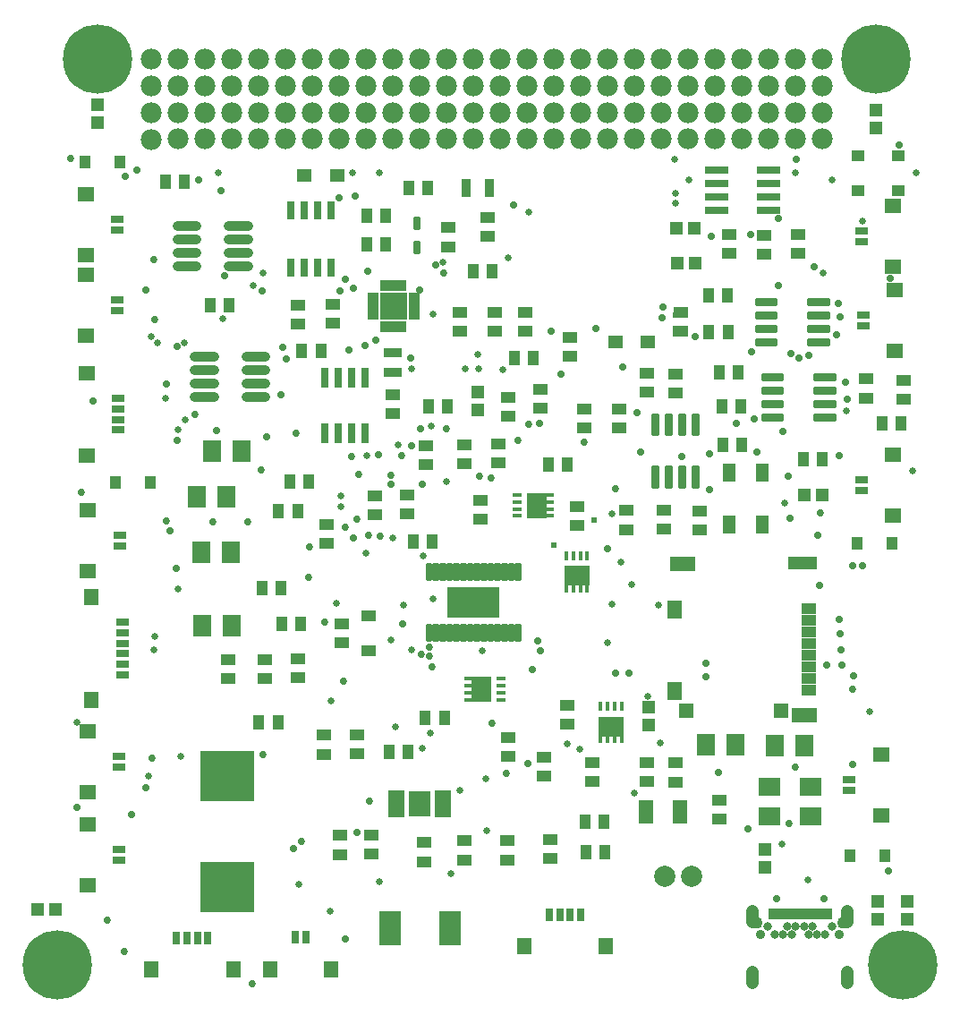
<source format=gbr>
G04 EAGLE Gerber RS-274X export*
G75*
%MOMM*%
%FSLAX34Y34*%
%LPD*%
%INSoldermask Top*%
%IPPOS*%
%AMOC8*
5,1,8,0,0,1.08239X$1,22.5*%
G01*
%ADD10R,1.403200X1.003200*%
%ADD11R,1.003200X1.403200*%
%ADD12R,1.303200X1.203200*%
%ADD13R,1.803200X2.003200*%
%ADD14R,2.003200X1.803200*%
%ADD15R,1.403200X2.203200*%
%ADD16R,1.016000X1.244600*%
%ADD17R,1.244600X1.016000*%
%ADD18R,1.203200X1.703200*%
%ADD19R,1.423200X1.113200*%
%ADD20C,6.553200*%
%ADD21C,1.981200*%
%ADD22R,1.203200X0.753200*%
%ADD23R,1.503200X1.463200*%
%ADD24R,1.443200X1.003200*%
%ADD25R,2.703200X1.153200*%
%ADD26R,2.403200X1.353200*%
%ADD27R,1.453200X1.363200*%
%ADD28R,1.403200X1.363200*%
%ADD29R,1.353200X1.703200*%
%ADD30R,5.203200X4.703200*%
%ADD31R,0.838200X0.457200*%
%ADD32R,1.905000X2.463800*%
%ADD33R,0.457200X0.838200*%
%ADD34R,2.463800X1.905000*%
%ADD35R,1.203200X1.303200*%
%ADD36C,0.306600*%
%ADD37R,4.953200X2.943200*%
%ADD38C,0.903200*%
%ADD39R,1.600200X0.482600*%
%ADD40R,2.133600X2.362200*%
%ADD41R,0.553200X1.093200*%
%ADD42C,0.803200*%
%ADD43C,1.203200*%
%ADD44C,1.103200*%
%ADD45C,0.903200*%
%ADD46R,0.753200X1.203200*%
%ADD47R,1.463200X1.503200*%
%ADD48R,2.184400X0.762000*%
%ADD49R,2.159000X3.200400*%
%ADD50R,1.193800X0.762000*%
%ADD51R,1.473200X1.498600*%
%ADD52R,0.990600X0.508000*%
%ADD53R,0.508000X0.990600*%
%ADD54R,2.641600X2.641600*%
%ADD55R,1.727200X0.914400*%
%ADD56R,0.762000X1.854200*%
%ADD57C,0.332672*%
%ADD58R,0.914400X1.651000*%
%ADD59R,0.762000X1.663700*%
%ADD60R,1.346200X1.295400*%
%ADD61C,0.353406*%
%ADD62C,2.003200*%
%ADD63C,0.660400*%
%ADD64C,0.728200*%
%ADD65C,0.698500*%
%ADD66C,0.698200*%
%ADD67C,0.736600*%
%ADD68C,0.653200*%
%ADD69C,0.713200*%
%ADD70C,0.622300*%


D10*
X399796Y524146D03*
X399796Y542146D03*
D11*
X550816Y157226D03*
X568816Y157226D03*
D10*
X317706Y173378D03*
X317706Y155378D03*
X435610Y525162D03*
X435610Y543162D03*
X542798Y484488D03*
X542798Y466488D03*
D11*
X288494Y507854D03*
X270494Y507854D03*
D10*
X381508Y477156D03*
X381508Y495156D03*
X334010Y268334D03*
X334010Y250334D03*
X533146Y278274D03*
X533146Y296274D03*
X303276Y268080D03*
X303276Y250080D03*
X468122Y525670D03*
X468122Y543670D03*
D11*
X515256Y524256D03*
X533256Y524256D03*
X398892Y284226D03*
X416892Y284226D03*
X405240Y451612D03*
X387240Y451612D03*
D10*
X319436Y355490D03*
X319436Y373490D03*
X278638Y340216D03*
X278638Y322216D03*
X212598Y321454D03*
X212598Y339454D03*
D11*
X153158Y791824D03*
X171158Y791824D03*
D12*
X774712Y495132D03*
X757712Y495132D03*
D13*
X225328Y537210D03*
X197328Y537210D03*
X210850Y493268D03*
X182850Y493268D03*
X214914Y440944D03*
X186914Y440944D03*
X187422Y371856D03*
X215422Y371856D03*
D14*
X724690Y219068D03*
X724690Y191068D03*
X763434Y219522D03*
X763434Y191522D03*
D13*
X729204Y258064D03*
X757204Y258064D03*
X692180Y258826D03*
X664180Y258826D03*
D10*
X436008Y168102D03*
X436008Y150102D03*
D15*
X607874Y195678D03*
X639874Y195678D03*
D10*
X517324Y151418D03*
X517324Y169418D03*
D11*
X382380Y252476D03*
X364380Y252476D03*
D10*
X608402Y242214D03*
X608402Y224214D03*
D16*
X76546Y810270D03*
X109566Y810270D03*
X105918Y507492D03*
X138938Y507492D03*
X833628Y154432D03*
X800608Y154432D03*
X840832Y449552D03*
X807812Y449552D03*
D17*
X808700Y816010D03*
X808700Y782990D03*
X846400Y816110D03*
X846400Y783090D03*
D18*
X718034Y516758D03*
X718034Y467758D03*
X686034Y516758D03*
X686034Y467758D03*
D19*
X344942Y381011D03*
X344942Y348261D03*
D20*
X50800Y50800D03*
X850900Y50800D03*
X825500Y908050D03*
X88900Y908050D03*
D21*
X774700Y908050D03*
X774700Y882650D03*
X139700Y908050D03*
X139700Y882650D03*
X749300Y908050D03*
X749300Y882650D03*
X723900Y908050D03*
X723900Y882650D03*
X698500Y908050D03*
X698500Y882650D03*
X673100Y908050D03*
X673100Y882650D03*
X647700Y908050D03*
X647700Y882650D03*
X622300Y908050D03*
X622300Y882650D03*
X596900Y908050D03*
X596900Y882650D03*
X571500Y908050D03*
X571500Y882650D03*
X546100Y908050D03*
X546100Y882650D03*
X520700Y908050D03*
X520700Y882650D03*
X495300Y908050D03*
X495300Y882650D03*
X469900Y908050D03*
X469900Y882650D03*
X444500Y908050D03*
X444500Y882650D03*
X419100Y908050D03*
X419100Y882650D03*
X393700Y908050D03*
X393700Y882650D03*
X368300Y908050D03*
X368300Y882650D03*
X342900Y908050D03*
X342900Y882650D03*
X317500Y908050D03*
X317500Y882650D03*
X292100Y908050D03*
X292100Y882650D03*
X266700Y908050D03*
X266700Y882650D03*
X241300Y908050D03*
X241300Y882650D03*
X215900Y908050D03*
X215900Y882650D03*
X190500Y908050D03*
X190500Y882650D03*
X165100Y908050D03*
X165100Y882650D03*
X774700Y857250D03*
X774700Y832231D03*
X139700Y857250D03*
X139700Y831850D03*
X749300Y857250D03*
X749300Y832231D03*
X723900Y857250D03*
X723900Y832231D03*
X698500Y857250D03*
X698500Y832231D03*
X673100Y857250D03*
X673100Y832231D03*
X647700Y857250D03*
X647700Y832231D03*
X622300Y857250D03*
X622300Y832231D03*
X596900Y857250D03*
X596900Y832231D03*
X571500Y857250D03*
X571500Y832231D03*
X546100Y857250D03*
X546100Y832231D03*
X520700Y857250D03*
X520700Y832231D03*
X495300Y857250D03*
X495300Y832231D03*
X469900Y857250D03*
X469900Y832231D03*
X444500Y857250D03*
X444500Y832231D03*
X419100Y857250D03*
X419100Y832231D03*
X393700Y857250D03*
X393700Y832231D03*
X368300Y857250D03*
X368300Y832231D03*
X342900Y857250D03*
X342900Y832231D03*
X317500Y857250D03*
X317500Y832231D03*
X292100Y857250D03*
X292100Y832231D03*
X266700Y857250D03*
X266700Y832231D03*
X241300Y857250D03*
X241300Y832231D03*
X215900Y857250D03*
X215900Y832231D03*
X190500Y857250D03*
X190500Y832231D03*
X165100Y857250D03*
X165100Y832231D03*
D22*
X107184Y755936D03*
X107184Y745936D03*
D23*
X77284Y779686D03*
X77284Y722136D03*
D22*
X109462Y457400D03*
X109462Y447400D03*
D23*
X79562Y481150D03*
X79562Y423600D03*
D24*
X762017Y387907D03*
X762017Y376907D03*
X762017Y365907D03*
X762017Y354907D03*
X762017Y343907D03*
X762017Y332907D03*
X762017Y321907D03*
X762017Y310907D03*
D25*
X755717Y431357D03*
D26*
X757217Y287457D03*
D27*
X735717Y291507D03*
D28*
X645717Y291507D03*
D26*
X642417Y430357D03*
D29*
X634467Y387307D03*
X634467Y309507D03*
D22*
X109414Y160204D03*
X109414Y150204D03*
D23*
X79514Y183954D03*
X79514Y126404D03*
D22*
X800100Y215900D03*
X800100Y225900D03*
D23*
X830000Y192150D03*
X830000Y249700D03*
D22*
X811700Y499900D03*
X811700Y509900D03*
D23*
X841600Y476150D03*
X841600Y533700D03*
D22*
X811700Y735200D03*
X811700Y745200D03*
D23*
X841600Y711450D03*
X841600Y769000D03*
D22*
X108200Y586732D03*
X108200Y576732D03*
X108200Y566732D03*
X108200Y556732D03*
D23*
X78300Y610482D03*
X78300Y532932D03*
D30*
X211808Y229682D03*
X211808Y124682D03*
D31*
X485648Y488950D03*
X485648Y482092D03*
X485648Y495300D03*
X485648Y475488D03*
X516128Y488696D03*
X516128Y482092D03*
X516128Y495300D03*
X516128Y475488D03*
D32*
X504698Y485394D03*
D33*
X545788Y437796D03*
X538930Y437796D03*
X552138Y437796D03*
X532326Y437796D03*
X545534Y407316D03*
X538930Y407316D03*
X552138Y407316D03*
X532326Y407316D03*
D34*
X542232Y418746D03*
D33*
X578152Y295102D03*
X571294Y295102D03*
X584502Y295102D03*
X564690Y295102D03*
X577898Y264622D03*
X571294Y264622D03*
X584502Y264622D03*
X564690Y264622D03*
D34*
X574596Y276052D03*
D31*
X470662Y308102D03*
X470662Y314960D03*
X470662Y301752D03*
X470662Y321564D03*
X440182Y308356D03*
X440182Y314960D03*
X440182Y301752D03*
X440182Y321564D03*
D32*
X451612Y311658D03*
D10*
X451104Y472584D03*
X451104Y490584D03*
X305054Y449216D03*
X305054Y467216D03*
D11*
X244492Y407416D03*
X262492Y407416D03*
X263034Y373126D03*
X281034Y373126D03*
D10*
X246888Y321962D03*
X246888Y339962D03*
X557298Y224472D03*
X557298Y242472D03*
D11*
X241444Y280670D03*
X259444Y280670D03*
D10*
X477266Y266302D03*
X477266Y248302D03*
D35*
X609958Y294592D03*
X609958Y277592D03*
D10*
X635376Y241860D03*
X635376Y223860D03*
X677234Y188552D03*
X677234Y206552D03*
D35*
X719884Y159902D03*
X719884Y142902D03*
X827278Y111370D03*
X827278Y94370D03*
D10*
X511158Y247452D03*
X511158Y229452D03*
X351282Y476902D03*
X351282Y494902D03*
X347946Y155608D03*
X347946Y173608D03*
D11*
X550308Y185928D03*
X568308Y185928D03*
D10*
X476342Y168180D03*
X476342Y150180D03*
X397540Y148502D03*
X397540Y166502D03*
D12*
X48971Y103547D03*
X31971Y103547D03*
D35*
X855218Y110862D03*
X855218Y93862D03*
X825500Y842400D03*
X825500Y859400D03*
X88646Y847226D03*
X88646Y864226D03*
D36*
X485217Y429233D02*
X485217Y415467D01*
X485217Y429233D02*
X488283Y429233D01*
X488283Y415467D01*
X485217Y415467D01*
X485217Y418380D02*
X488283Y418380D01*
X488283Y421293D02*
X485217Y421293D01*
X485217Y424206D02*
X488283Y424206D01*
X488283Y427119D02*
X485217Y427119D01*
X478717Y429233D02*
X478717Y415467D01*
X478717Y429233D02*
X481783Y429233D01*
X481783Y415467D01*
X478717Y415467D01*
X478717Y418380D02*
X481783Y418380D01*
X481783Y421293D02*
X478717Y421293D01*
X478717Y424206D02*
X481783Y424206D01*
X481783Y427119D02*
X478717Y427119D01*
X472217Y429233D02*
X472217Y415467D01*
X472217Y429233D02*
X475283Y429233D01*
X475283Y415467D01*
X472217Y415467D01*
X472217Y418380D02*
X475283Y418380D01*
X475283Y421293D02*
X472217Y421293D01*
X472217Y424206D02*
X475283Y424206D01*
X475283Y427119D02*
X472217Y427119D01*
X465717Y429233D02*
X465717Y415467D01*
X465717Y429233D02*
X468783Y429233D01*
X468783Y415467D01*
X465717Y415467D01*
X465717Y418380D02*
X468783Y418380D01*
X468783Y421293D02*
X465717Y421293D01*
X465717Y424206D02*
X468783Y424206D01*
X468783Y427119D02*
X465717Y427119D01*
X459217Y429233D02*
X459217Y415467D01*
X459217Y429233D02*
X462283Y429233D01*
X462283Y415467D01*
X459217Y415467D01*
X459217Y418380D02*
X462283Y418380D01*
X462283Y421293D02*
X459217Y421293D01*
X459217Y424206D02*
X462283Y424206D01*
X462283Y427119D02*
X459217Y427119D01*
X452717Y429233D02*
X452717Y415467D01*
X452717Y429233D02*
X455783Y429233D01*
X455783Y415467D01*
X452717Y415467D01*
X452717Y418380D02*
X455783Y418380D01*
X455783Y421293D02*
X452717Y421293D01*
X452717Y424206D02*
X455783Y424206D01*
X455783Y427119D02*
X452717Y427119D01*
X446217Y429233D02*
X446217Y415467D01*
X446217Y429233D02*
X449283Y429233D01*
X449283Y415467D01*
X446217Y415467D01*
X446217Y418380D02*
X449283Y418380D01*
X449283Y421293D02*
X446217Y421293D01*
X446217Y424206D02*
X449283Y424206D01*
X449283Y427119D02*
X446217Y427119D01*
X439717Y429233D02*
X439717Y415467D01*
X439717Y429233D02*
X442783Y429233D01*
X442783Y415467D01*
X439717Y415467D01*
X439717Y418380D02*
X442783Y418380D01*
X442783Y421293D02*
X439717Y421293D01*
X439717Y424206D02*
X442783Y424206D01*
X442783Y427119D02*
X439717Y427119D01*
X433217Y429233D02*
X433217Y415467D01*
X433217Y429233D02*
X436283Y429233D01*
X436283Y415467D01*
X433217Y415467D01*
X433217Y418380D02*
X436283Y418380D01*
X436283Y421293D02*
X433217Y421293D01*
X433217Y424206D02*
X436283Y424206D01*
X436283Y427119D02*
X433217Y427119D01*
X426717Y429233D02*
X426717Y415467D01*
X426717Y429233D02*
X429783Y429233D01*
X429783Y415467D01*
X426717Y415467D01*
X426717Y418380D02*
X429783Y418380D01*
X429783Y421293D02*
X426717Y421293D01*
X426717Y424206D02*
X429783Y424206D01*
X429783Y427119D02*
X426717Y427119D01*
X420217Y429233D02*
X420217Y415467D01*
X420217Y429233D02*
X423283Y429233D01*
X423283Y415467D01*
X420217Y415467D01*
X420217Y418380D02*
X423283Y418380D01*
X423283Y421293D02*
X420217Y421293D01*
X420217Y424206D02*
X423283Y424206D01*
X423283Y427119D02*
X420217Y427119D01*
X413717Y429233D02*
X413717Y415467D01*
X413717Y429233D02*
X416783Y429233D01*
X416783Y415467D01*
X413717Y415467D01*
X413717Y418380D02*
X416783Y418380D01*
X416783Y421293D02*
X413717Y421293D01*
X413717Y424206D02*
X416783Y424206D01*
X416783Y427119D02*
X413717Y427119D01*
X407217Y429233D02*
X407217Y415467D01*
X407217Y429233D02*
X410283Y429233D01*
X410283Y415467D01*
X407217Y415467D01*
X407217Y418380D02*
X410283Y418380D01*
X410283Y421293D02*
X407217Y421293D01*
X407217Y424206D02*
X410283Y424206D01*
X410283Y427119D02*
X407217Y427119D01*
X400717Y429233D02*
X400717Y415467D01*
X400717Y429233D02*
X403783Y429233D01*
X403783Y415467D01*
X400717Y415467D01*
X400717Y418380D02*
X403783Y418380D01*
X403783Y421293D02*
X400717Y421293D01*
X400717Y424206D02*
X403783Y424206D01*
X403783Y427119D02*
X400717Y427119D01*
X400717Y371933D02*
X400717Y358167D01*
X400717Y371933D02*
X403783Y371933D01*
X403783Y358167D01*
X400717Y358167D01*
X400717Y361080D02*
X403783Y361080D01*
X403783Y363993D02*
X400717Y363993D01*
X400717Y366906D02*
X403783Y366906D01*
X403783Y369819D02*
X400717Y369819D01*
X407217Y371933D02*
X407217Y358167D01*
X407217Y371933D02*
X410283Y371933D01*
X410283Y358167D01*
X407217Y358167D01*
X407217Y361080D02*
X410283Y361080D01*
X410283Y363993D02*
X407217Y363993D01*
X407217Y366906D02*
X410283Y366906D01*
X410283Y369819D02*
X407217Y369819D01*
X413717Y371933D02*
X413717Y358167D01*
X413717Y371933D02*
X416783Y371933D01*
X416783Y358167D01*
X413717Y358167D01*
X413717Y361080D02*
X416783Y361080D01*
X416783Y363993D02*
X413717Y363993D01*
X413717Y366906D02*
X416783Y366906D01*
X416783Y369819D02*
X413717Y369819D01*
X420217Y371933D02*
X420217Y358167D01*
X420217Y371933D02*
X423283Y371933D01*
X423283Y358167D01*
X420217Y358167D01*
X420217Y361080D02*
X423283Y361080D01*
X423283Y363993D02*
X420217Y363993D01*
X420217Y366906D02*
X423283Y366906D01*
X423283Y369819D02*
X420217Y369819D01*
X426717Y371933D02*
X426717Y358167D01*
X426717Y371933D02*
X429783Y371933D01*
X429783Y358167D01*
X426717Y358167D01*
X426717Y361080D02*
X429783Y361080D01*
X429783Y363993D02*
X426717Y363993D01*
X426717Y366906D02*
X429783Y366906D01*
X429783Y369819D02*
X426717Y369819D01*
X433217Y371933D02*
X433217Y358167D01*
X433217Y371933D02*
X436283Y371933D01*
X436283Y358167D01*
X433217Y358167D01*
X433217Y361080D02*
X436283Y361080D01*
X436283Y363993D02*
X433217Y363993D01*
X433217Y366906D02*
X436283Y366906D01*
X436283Y369819D02*
X433217Y369819D01*
X439717Y371933D02*
X439717Y358167D01*
X439717Y371933D02*
X442783Y371933D01*
X442783Y358167D01*
X439717Y358167D01*
X439717Y361080D02*
X442783Y361080D01*
X442783Y363993D02*
X439717Y363993D01*
X439717Y366906D02*
X442783Y366906D01*
X442783Y369819D02*
X439717Y369819D01*
X446217Y371933D02*
X446217Y358167D01*
X446217Y371933D02*
X449283Y371933D01*
X449283Y358167D01*
X446217Y358167D01*
X446217Y361080D02*
X449283Y361080D01*
X449283Y363993D02*
X446217Y363993D01*
X446217Y366906D02*
X449283Y366906D01*
X449283Y369819D02*
X446217Y369819D01*
X452717Y371933D02*
X452717Y358167D01*
X452717Y371933D02*
X455783Y371933D01*
X455783Y358167D01*
X452717Y358167D01*
X452717Y361080D02*
X455783Y361080D01*
X455783Y363993D02*
X452717Y363993D01*
X452717Y366906D02*
X455783Y366906D01*
X455783Y369819D02*
X452717Y369819D01*
X459217Y371933D02*
X459217Y358167D01*
X459217Y371933D02*
X462283Y371933D01*
X462283Y358167D01*
X459217Y358167D01*
X459217Y361080D02*
X462283Y361080D01*
X462283Y363993D02*
X459217Y363993D01*
X459217Y366906D02*
X462283Y366906D01*
X462283Y369819D02*
X459217Y369819D01*
X465717Y371933D02*
X465717Y358167D01*
X465717Y371933D02*
X468783Y371933D01*
X468783Y358167D01*
X465717Y358167D01*
X465717Y361080D02*
X468783Y361080D01*
X468783Y363993D02*
X465717Y363993D01*
X465717Y366906D02*
X468783Y366906D01*
X468783Y369819D02*
X465717Y369819D01*
X472217Y371933D02*
X472217Y358167D01*
X472217Y371933D02*
X475283Y371933D01*
X475283Y358167D01*
X472217Y358167D01*
X472217Y361080D02*
X475283Y361080D01*
X475283Y363993D02*
X472217Y363993D01*
X472217Y366906D02*
X475283Y366906D01*
X475283Y369819D02*
X472217Y369819D01*
X478717Y371933D02*
X478717Y358167D01*
X478717Y371933D02*
X481783Y371933D01*
X481783Y358167D01*
X478717Y358167D01*
X478717Y361080D02*
X481783Y361080D01*
X481783Y363993D02*
X478717Y363993D01*
X478717Y366906D02*
X481783Y366906D01*
X481783Y369819D02*
X478717Y369819D01*
X485217Y371933D02*
X485217Y358167D01*
X485217Y371933D02*
X488283Y371933D01*
X488283Y358167D01*
X485217Y358167D01*
X485217Y361080D02*
X488283Y361080D01*
X488283Y363993D02*
X485217Y363993D01*
X485217Y366906D02*
X488283Y366906D01*
X488283Y369819D02*
X485217Y369819D01*
D37*
X444500Y393700D03*
D38*
X181604Y749808D02*
X163604Y749808D01*
X163604Y737108D02*
X181604Y737108D01*
X181604Y724408D02*
X163604Y724408D01*
X163604Y711708D02*
X181604Y711708D01*
X212604Y749808D02*
X230604Y749808D01*
X230604Y737108D02*
X212604Y737108D01*
X212604Y724408D02*
X230604Y724408D01*
X230604Y711708D02*
X212604Y711708D01*
D39*
X371856Y213208D03*
X371856Y208204D03*
X371856Y203200D03*
X371856Y198196D03*
X371856Y193192D03*
X415544Y193192D03*
X415544Y198196D03*
X415544Y203200D03*
X415544Y208204D03*
X415544Y213208D03*
D40*
X393700Y203200D03*
D41*
X725932Y99060D03*
X730932Y99060D03*
X735932Y99060D03*
X740932Y99060D03*
X745932Y99060D03*
X750932Y99060D03*
X755932Y99060D03*
X760932Y99060D03*
X765932Y99060D03*
X770932Y99060D03*
X775932Y99060D03*
X780932Y99060D03*
D42*
X749432Y87010D03*
X741432Y87010D03*
X722932Y87010D03*
X757432Y87010D03*
X765432Y87010D03*
X783932Y87010D03*
X745432Y80010D03*
X737432Y80010D03*
X729432Y80010D03*
X761432Y80010D03*
X769432Y80010D03*
X777432Y80010D03*
D43*
X798432Y91510D02*
X798432Y101510D01*
D44*
X793932Y91010D03*
D43*
X708432Y91510D02*
X708432Y101510D01*
D44*
X712932Y91010D03*
D45*
X716182Y80010D03*
X790682Y80010D03*
D43*
X798432Y44010D02*
X798432Y34010D01*
X708432Y34010D02*
X708432Y44010D01*
D46*
X163216Y76630D03*
X173216Y76630D03*
X183216Y76630D03*
X193216Y76630D03*
D47*
X139466Y46730D03*
X217016Y46730D03*
D48*
X674214Y802538D03*
X674214Y789838D03*
X674214Y777138D03*
X674214Y764438D03*
X723490Y764438D03*
X723490Y777138D03*
X723490Y789838D03*
X723490Y802538D03*
D12*
X636366Y747970D03*
X653366Y747970D03*
X654440Y714582D03*
X637440Y714582D03*
D49*
X422204Y85344D03*
X365704Y85344D03*
D22*
X109176Y247930D03*
X109176Y237930D03*
D23*
X79276Y271680D03*
X79276Y214130D03*
D22*
X107538Y679670D03*
X107538Y669670D03*
D23*
X77638Y703420D03*
X77638Y645870D03*
D46*
X276208Y76800D03*
X286208Y76800D03*
D47*
X252458Y46900D03*
X310008Y46900D03*
D22*
X813254Y655537D03*
X813254Y665537D03*
D23*
X843154Y631787D03*
X843154Y689337D03*
D46*
X516128Y98548D03*
X526128Y98548D03*
X536128Y98548D03*
X546128Y98548D03*
D47*
X492378Y68648D03*
X569928Y68648D03*
D11*
X277932Y480242D03*
X259932Y480242D03*
D50*
X112716Y375144D03*
X112716Y365144D03*
X112716Y355144D03*
X112716Y345144D03*
X112716Y335144D03*
X112716Y325144D03*
D51*
X82816Y301394D03*
X82816Y398894D03*
D11*
X195286Y674624D03*
X213286Y674624D03*
D38*
X198368Y626612D02*
X180368Y626612D01*
X180368Y613912D02*
X198368Y613912D01*
X198368Y601212D02*
X180368Y601212D01*
X180368Y588512D02*
X198368Y588512D01*
X229368Y626612D02*
X247368Y626612D01*
X247368Y613912D02*
X229368Y613912D01*
X229368Y601212D02*
X247368Y601212D01*
X247368Y588512D02*
X229368Y588512D01*
D10*
X589400Y480700D03*
X589400Y462700D03*
X624300Y462800D03*
X624300Y480800D03*
X658400Y462200D03*
X658400Y480200D03*
D52*
X349042Y683906D03*
X349042Y679080D03*
X349042Y674000D03*
X349042Y668920D03*
X349042Y664094D03*
D53*
X358694Y654442D03*
X363520Y654442D03*
X368600Y654442D03*
X373680Y654442D03*
X378506Y654442D03*
D52*
X388158Y664094D03*
X388158Y668920D03*
X388158Y674000D03*
X388158Y679080D03*
X388158Y683906D03*
D53*
X378506Y693558D03*
X373680Y693558D03*
X368600Y693558D03*
X363520Y693558D03*
X358694Y693558D03*
D54*
X368600Y674000D03*
D10*
X368300Y572100D03*
X368300Y590100D03*
D11*
X401900Y579100D03*
X419900Y579100D03*
D55*
X368000Y611100D03*
X368000Y630150D03*
D56*
X341750Y606389D03*
X329050Y606389D03*
X316350Y606389D03*
X303650Y606389D03*
X303650Y553811D03*
X316350Y553811D03*
X329050Y553811D03*
X341750Y553811D03*
D11*
X483100Y624500D03*
X501100Y624500D03*
D10*
X507700Y577600D03*
X507700Y595600D03*
X311100Y657500D03*
X311100Y675500D03*
X278200Y675200D03*
X278200Y657200D03*
D11*
X300100Y631700D03*
X282100Y631700D03*
G36*
X647508Y655203D02*
X647491Y645172D01*
X633460Y645197D01*
X633477Y655228D01*
X647508Y655203D01*
G37*
G36*
X647540Y673203D02*
X647523Y663172D01*
X633492Y663197D01*
X633509Y673228D01*
X647540Y673203D01*
G37*
X343500Y759800D03*
X361500Y759800D03*
D57*
X392853Y733903D02*
X392853Y724897D01*
X388947Y724897D01*
X388947Y733903D01*
X392853Y733903D01*
X392853Y728058D02*
X388947Y728058D01*
X388947Y731219D02*
X392853Y731219D01*
X392853Y747897D02*
X392853Y756903D01*
X392853Y747897D02*
X388947Y747897D01*
X388947Y756903D01*
X392853Y756903D01*
X392853Y751058D02*
X388947Y751058D01*
X388947Y754219D02*
X392853Y754219D01*
D11*
X361700Y732800D03*
X343700Y732800D03*
D58*
X459649Y785500D03*
X437551Y785500D03*
D10*
X458000Y740000D03*
X458000Y758000D03*
X493500Y668000D03*
X493500Y650000D03*
D11*
X462300Y706600D03*
X444300Y706600D03*
D10*
X431800Y667900D03*
X431800Y649900D03*
X464800Y650000D03*
X464800Y668000D03*
X476900Y587500D03*
X476900Y569500D03*
X536000Y626200D03*
X536000Y644200D03*
D59*
X271750Y710259D03*
X284450Y710259D03*
X297150Y710259D03*
X309850Y710259D03*
X309850Y764742D03*
X297150Y764742D03*
X284450Y764742D03*
X271750Y764742D03*
D60*
X284433Y797400D03*
X315167Y797400D03*
X578833Y639900D03*
X609567Y639900D03*
D35*
X448300Y575400D03*
X448300Y592400D03*
D11*
X401200Y786100D03*
X383200Y786100D03*
D10*
X420400Y730200D03*
X420400Y748200D03*
D11*
X667100Y684300D03*
X685100Y684300D03*
D61*
X712501Y675401D02*
X730699Y675401D01*
X712501Y675401D02*
X712501Y679899D01*
X730699Y679899D01*
X730699Y675401D01*
X730699Y678758D02*
X712501Y678758D01*
X712501Y662701D02*
X730699Y662701D01*
X712501Y662701D02*
X712501Y667199D01*
X730699Y667199D01*
X730699Y662701D01*
X730699Y666058D02*
X712501Y666058D01*
X712501Y650001D02*
X730699Y650001D01*
X712501Y650001D02*
X712501Y654499D01*
X730699Y654499D01*
X730699Y650001D01*
X730699Y653358D02*
X712501Y653358D01*
X712501Y637301D02*
X730699Y637301D01*
X712501Y637301D02*
X712501Y641799D01*
X730699Y641799D01*
X730699Y637301D01*
X730699Y640658D02*
X712501Y640658D01*
X761901Y637301D02*
X780099Y637301D01*
X761901Y637301D02*
X761901Y641799D01*
X780099Y641799D01*
X780099Y637301D01*
X780099Y640658D02*
X761901Y640658D01*
X761901Y650001D02*
X780099Y650001D01*
X761901Y650001D02*
X761901Y654499D01*
X780099Y654499D01*
X780099Y650001D01*
X780099Y653358D02*
X761901Y653358D01*
X761901Y662701D02*
X780099Y662701D01*
X761901Y662701D02*
X761901Y667199D01*
X780099Y667199D01*
X780099Y662701D01*
X780099Y666058D02*
X761901Y666058D01*
X761901Y675401D02*
X780099Y675401D01*
X761901Y675401D02*
X761901Y679899D01*
X780099Y679899D01*
X780099Y675401D01*
X780099Y678758D02*
X761901Y678758D01*
D11*
X667300Y649300D03*
X685300Y649300D03*
X679800Y578800D03*
X697800Y578800D03*
D61*
X718501Y604601D02*
X736699Y604601D01*
X718501Y604601D02*
X718501Y609099D01*
X736699Y609099D01*
X736699Y604601D01*
X736699Y607958D02*
X718501Y607958D01*
X718501Y591901D02*
X736699Y591901D01*
X718501Y591901D02*
X718501Y596399D01*
X736699Y596399D01*
X736699Y591901D01*
X736699Y595258D02*
X718501Y595258D01*
X718501Y579201D02*
X736699Y579201D01*
X718501Y579201D02*
X718501Y583699D01*
X736699Y583699D01*
X736699Y579201D01*
X736699Y582558D02*
X718501Y582558D01*
X718501Y566501D02*
X736699Y566501D01*
X718501Y566501D02*
X718501Y570999D01*
X736699Y570999D01*
X736699Y566501D01*
X736699Y569858D02*
X718501Y569858D01*
X767901Y566501D02*
X786099Y566501D01*
X767901Y566501D02*
X767901Y570999D01*
X786099Y570999D01*
X786099Y566501D01*
X786099Y569858D02*
X767901Y569858D01*
X767901Y579201D02*
X786099Y579201D01*
X767901Y579201D02*
X767901Y583699D01*
X786099Y583699D01*
X786099Y579201D01*
X786099Y582558D02*
X767901Y582558D01*
X767901Y591901D02*
X786099Y591901D01*
X767901Y591901D02*
X767901Y596399D01*
X786099Y596399D01*
X786099Y591901D01*
X786099Y595258D02*
X767901Y595258D01*
X767901Y604601D02*
X786099Y604601D01*
X767901Y604601D02*
X767901Y609099D01*
X786099Y609099D01*
X786099Y604601D01*
X786099Y607958D02*
X767901Y607958D01*
D11*
X680600Y542500D03*
X698600Y542500D03*
D61*
X618699Y521399D02*
X618699Y503201D01*
X614201Y503201D01*
X614201Y521399D01*
X618699Y521399D01*
X618699Y506558D02*
X614201Y506558D01*
X614201Y509915D02*
X618699Y509915D01*
X618699Y513272D02*
X614201Y513272D01*
X614201Y516629D02*
X618699Y516629D01*
X618699Y519986D02*
X614201Y519986D01*
X631399Y521399D02*
X631399Y503201D01*
X626901Y503201D01*
X626901Y521399D01*
X631399Y521399D01*
X631399Y506558D02*
X626901Y506558D01*
X626901Y509915D02*
X631399Y509915D01*
X631399Y513272D02*
X626901Y513272D01*
X626901Y516629D02*
X631399Y516629D01*
X631399Y519986D02*
X626901Y519986D01*
X644099Y521399D02*
X644099Y503201D01*
X639601Y503201D01*
X639601Y521399D01*
X644099Y521399D01*
X644099Y506558D02*
X639601Y506558D01*
X639601Y509915D02*
X644099Y509915D01*
X644099Y513272D02*
X639601Y513272D01*
X639601Y516629D02*
X644099Y516629D01*
X644099Y519986D02*
X639601Y519986D01*
X656799Y521399D02*
X656799Y503201D01*
X652301Y503201D01*
X652301Y521399D01*
X656799Y521399D01*
X656799Y506558D02*
X652301Y506558D01*
X652301Y509915D02*
X656799Y509915D01*
X656799Y513272D02*
X652301Y513272D01*
X652301Y516629D02*
X656799Y516629D01*
X656799Y519986D02*
X652301Y519986D01*
X656799Y552601D02*
X656799Y570799D01*
X656799Y552601D02*
X652301Y552601D01*
X652301Y570799D01*
X656799Y570799D01*
X656799Y555958D02*
X652301Y555958D01*
X652301Y559315D02*
X656799Y559315D01*
X656799Y562672D02*
X652301Y562672D01*
X652301Y566029D02*
X656799Y566029D01*
X656799Y569386D02*
X652301Y569386D01*
X644099Y570799D02*
X644099Y552601D01*
X639601Y552601D01*
X639601Y570799D01*
X644099Y570799D01*
X644099Y555958D02*
X639601Y555958D01*
X639601Y559315D02*
X644099Y559315D01*
X644099Y562672D02*
X639601Y562672D01*
X639601Y566029D02*
X644099Y566029D01*
X644099Y569386D02*
X639601Y569386D01*
X631399Y570799D02*
X631399Y552601D01*
X626901Y552601D01*
X626901Y570799D01*
X631399Y570799D01*
X631399Y555958D02*
X626901Y555958D01*
X626901Y559315D02*
X631399Y559315D01*
X631399Y562672D02*
X626901Y562672D01*
X626901Y566029D02*
X631399Y566029D01*
X631399Y569386D02*
X626901Y569386D01*
X618699Y570799D02*
X618699Y552601D01*
X614201Y552601D01*
X614201Y570799D01*
X618699Y570799D01*
X618699Y555958D02*
X614201Y555958D01*
X614201Y559315D02*
X618699Y559315D01*
X618699Y562672D02*
X614201Y562672D01*
X614201Y566029D02*
X618699Y566029D01*
X618699Y569386D02*
X614201Y569386D01*
D11*
X695300Y611000D03*
X677300Y611000D03*
D10*
X582100Y559000D03*
X582100Y577000D03*
X635600Y610000D03*
X635600Y592000D03*
X548900Y558500D03*
X548900Y576500D03*
X608200Y592300D03*
X608200Y610300D03*
X752000Y723700D03*
X752000Y741700D03*
X686200Y724000D03*
X686200Y742000D03*
X719800Y740800D03*
X719800Y722800D03*
X851400Y603800D03*
X851400Y585800D03*
D11*
X756300Y528900D03*
X774300Y528900D03*
D10*
X815600Y605200D03*
X815600Y587200D03*
D11*
X831400Y563400D03*
X849400Y563400D03*
D62*
X625500Y135000D03*
X650900Y135000D03*
D63*
X863600Y800100D03*
X860044Y518413D03*
X596900Y213400D03*
D64*
X500300Y330200D03*
X496300Y241100D03*
X334300Y176300D03*
D63*
X456438Y226822D03*
X422800Y136900D03*
X449644Y615130D03*
X171573Y566847D03*
X206950Y662460D03*
D65*
X243840Y518922D03*
D66*
X231140Y469646D03*
X197612Y469900D03*
D63*
X330200Y800100D03*
X386118Y615114D03*
X609600Y304800D03*
X405892Y396748D03*
X372782Y542914D03*
X145528Y639644D03*
X203200Y800100D03*
D67*
X273812Y161036D03*
D63*
X533146Y260096D03*
X395732Y255778D03*
X749300Y800100D03*
D67*
X354792Y533128D03*
X163068Y425704D03*
X330454Y454660D03*
D64*
X341600Y637100D03*
X322900Y699300D03*
D63*
X571500Y355600D03*
X370600Y275862D03*
D67*
X571500Y444500D03*
D63*
X165100Y406400D03*
X152975Y587020D03*
X621300Y260900D03*
X457200Y177800D03*
D65*
X281940Y167894D03*
D68*
X136592Y229460D03*
X167132Y248158D03*
D65*
X345948Y205994D03*
D63*
X245596Y705286D03*
D69*
X791464Y363728D03*
X769844Y457234D03*
D64*
X761600Y627000D03*
X750000Y813000D03*
X744300Y473600D03*
X733360Y757368D03*
D67*
X676490Y232834D03*
X323342Y75184D03*
X704500Y179600D03*
D65*
X142155Y718060D03*
D64*
X622814Y662562D03*
X599600Y573300D03*
X482100Y769600D03*
X317600Y776500D03*
X266900Y624000D03*
X164300Y635900D03*
D67*
X134568Y689454D03*
D63*
X436626Y614680D03*
X635000Y812800D03*
D64*
X518200Y650200D03*
D63*
X635678Y780626D03*
X472174Y613806D03*
X453136Y347980D03*
X448310Y627888D03*
X784098Y793496D03*
D70*
X520446Y447548D03*
X558292Y471932D03*
D63*
X396494Y437642D03*
X69088Y280416D03*
X619736Y390906D03*
X139192Y645414D03*
X170408Y639376D03*
D69*
X778428Y334198D03*
D68*
X797700Y574600D03*
D64*
X327000Y632600D03*
X377800Y373400D03*
X803600Y240900D03*
X394300Y558300D03*
X396100Y505200D03*
X262200Y590400D03*
X560600Y653000D03*
X745100Y629300D03*
D68*
X415100Y715200D03*
D64*
X791500Y663900D03*
X579200Y326700D03*
X209100Y703000D03*
D63*
X164560Y557072D03*
X355600Y800100D03*
X477098Y720004D03*
X319024Y494430D03*
D64*
X731400Y113500D03*
D63*
X319116Y484570D03*
D64*
X775900Y113400D03*
X790800Y533000D03*
X157100Y461100D03*
X121200Y193146D03*
X623900Y673400D03*
X712700Y535600D03*
X812900Y428400D03*
D67*
X114714Y797046D03*
D64*
X766900Y711500D03*
D63*
X142494Y361442D03*
X314706Y392938D03*
D65*
X486664Y547370D03*
D63*
X142240Y349250D03*
D65*
X304038Y375243D03*
X496824Y562610D03*
D63*
X775500Y705100D03*
X761200Y131000D03*
D65*
X366522Y513842D03*
D64*
X838600Y700500D03*
D63*
X812800Y754000D03*
X736600Y165100D03*
D65*
X376174Y532384D03*
D63*
X594360Y410464D03*
D65*
X449834Y513334D03*
D69*
X772160Y409702D03*
X591820Y327152D03*
D63*
X575418Y392254D03*
D65*
X405130Y332994D03*
D69*
X790194Y377698D03*
D65*
X402844Y342646D03*
D69*
X792018Y349244D03*
X508174Y348234D03*
X664210Y336042D03*
D65*
X402844Y351282D03*
D69*
X793464Y334172D03*
D63*
X355200Y129282D03*
X309118Y101600D03*
X235705Y693575D03*
D65*
X356616Y456438D03*
D64*
X205800Y782800D03*
D63*
X406430Y666116D03*
X343716Y532848D03*
D65*
X334010Y472440D03*
X328930Y531876D03*
X323342Y464820D03*
D63*
X404718Y560116D03*
X496970Y762514D03*
X431800Y215900D03*
X343053Y439986D03*
X309900Y300800D03*
D65*
X288290Y417068D03*
X289306Y446024D03*
D63*
X368046Y454406D03*
X377952Y391414D03*
X419100Y508000D03*
X366696Y358390D03*
D65*
X245118Y249954D03*
X475742Y231648D03*
X321310Y319532D03*
D63*
X545338Y255016D03*
X279400Y127000D03*
X403606Y269748D03*
X385826Y348996D03*
X584200Y431800D03*
D65*
X549582Y545218D03*
D63*
X819150Y290830D03*
D65*
X395494Y344686D03*
X461774Y279842D03*
D69*
X803910Y324104D03*
X664368Y323606D03*
D64*
X506730Y563372D03*
X248666Y550468D03*
D63*
X575564Y477520D03*
X739140Y487680D03*
D65*
X773176Y478536D03*
X802894Y311912D03*
X748792Y237998D03*
X742946Y184638D03*
X63500Y813562D03*
X73406Y497840D03*
X114300Y63500D03*
D67*
X837184Y139700D03*
X847598Y826008D03*
D64*
X69596Y200152D03*
D65*
X98044Y93472D03*
X153670Y470662D03*
D68*
X635254Y771398D03*
D65*
X139954Y246380D03*
X142494Y661670D03*
X235084Y32942D03*
D68*
X648718Y793750D03*
D64*
X789900Y676500D03*
D65*
X336296Y515112D03*
X461518Y511556D03*
X579162Y501594D03*
D64*
X667400Y500000D03*
D66*
X276666Y553866D03*
X416280Y705690D03*
D64*
X393300Y689500D03*
X264160Y634746D03*
D66*
X345440Y457200D03*
X181102Y571754D03*
D64*
X641858Y532130D03*
X602234Y536194D03*
D66*
X419100Y558292D03*
D64*
X384700Y625000D03*
X366800Y505100D03*
X331100Y690800D03*
X332900Y778200D03*
X244200Y688400D03*
X344300Y706900D03*
X318400Y688600D03*
X408300Y713100D03*
X351700Y641900D03*
X505100Y357400D03*
X527400Y609300D03*
X733000Y693700D03*
X710100Y567500D03*
X796900Y602400D03*
X667400Y534600D03*
X752800Y624800D03*
X788200Y646600D03*
X707500Y631200D03*
X797800Y585700D03*
X737500Y555600D03*
X669700Y740200D03*
X126100Y802700D03*
X184100Y793300D03*
X706500Y741400D03*
X742700Y512700D03*
X164400Y546600D03*
X386000Y541500D03*
X201700Y556600D03*
X134300Y218800D03*
X654100Y645400D03*
X693200Y562700D03*
X803500Y428600D03*
X84200Y584600D03*
X585800Y616300D03*
X154200Y600300D03*
M02*

</source>
